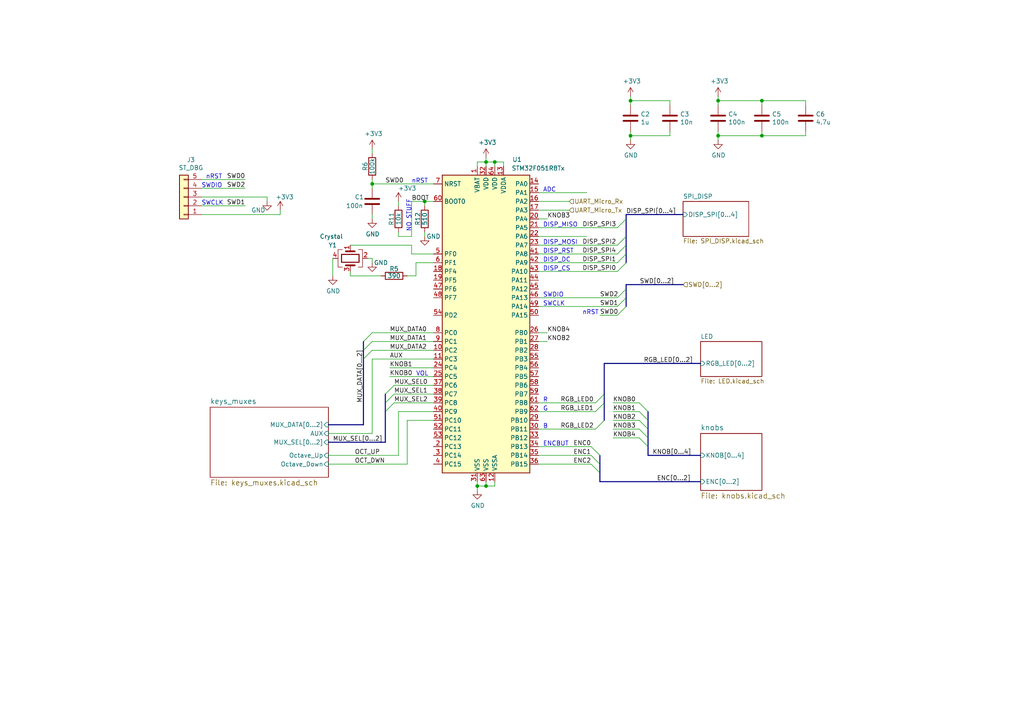
<source format=kicad_sch>
(kicad_sch (version 20211123) (generator eeschema)
  (paper "A4")
  (lib_symbols
    (symbol "Connector_Generic:Conn_01x05" (pin_names (offset 1.016) hide)
      (property "Reference" "J" (at 0 7.62 0))
      (property "Value" "Conn_01x05" (at 0 -7.62 0))
      (symbol "Conn_01x05_1_1"
        (rectangle (start -1.27 -4.953) (end 0 -5.207) (stroke (width 0.1524)))
        (rectangle (start -1.27 -2.413) (end 0 -2.667) (stroke (width 0.1524)))
        (rectangle (start -1.27 0.127) (end 0 -0.127) (stroke (width 0.1524)))
        (rectangle (start -1.27 2.667) (end 0 2.413) (stroke (width 0.1524)))
        (rectangle (start -1.27 5.207) (end 0 4.953) (stroke (width 0.1524)))
        (rectangle (start -1.27 6.35) (end 1.27 -6.35) (stroke (width 0.254)) (fill (type background)))
        (pin passive line (at -5.08 5.08 0) (length 3.81) (name "Pin_1") (number "1"))
        (pin passive line (at -5.08 2.54 0) (length 3.81) (name "Pin_2") (number "2"))
        (pin passive line (at -5.08 0 0) (length 3.81) (name "Pin_3") (number "3"))
        (pin passive line (at -5.08 -2.54 0) (length 3.81) (name "Pin_4") (number "4"))
        (pin passive line (at -5.08 -5.08 0) (length 3.81) (name "Pin_5") (number "5"))
      )
    )
    (symbol "Device:C" (pin_numbers hide) (pin_names (offset 0.254))
      (property "Reference" "C" (at 0.635 2.54 0))
      (property "Value" "C" (at 0.635 -2.54 0))
      (symbol "C_0_1"
        (polyline (pts (xy -2.032 -0.762) (xy 2.032 -0.762)) (stroke (width 0.508)))
        (polyline (pts (xy -2.032 0.762) (xy 2.032 0.762)) (stroke (width 0.508)))
      )
      (symbol "C_1_1"
        (pin passive line (at 0 3.81 270) (length 2.794) (name "~") (number "1"))
        (pin passive line (at 0 -3.81 90) (length 2.794) (name "~") (number "2"))
      )
    )
    (symbol "Device:Crystal_GND24" (pin_names (offset 1.016) hide)
      (property "Reference" "Y" (at 3.175 5.08 0))
      (property "Value" "Crystal_GND24" (at 3.175 3.175 0))
      (symbol "Crystal_GND24_0_1"
        (rectangle (start -1.143 2.54) (end 1.143 -2.54) (stroke (width 0.3048)))
        (polyline (pts (xy -2.54 0) (xy -2.032 0)))
        (polyline (pts (xy -2.032 -1.27) (xy -2.032 1.27)) (stroke (width 0.508)))
        (polyline (pts (xy 0 -3.81) (xy 0 -3.556)))
        (polyline (pts (xy 0 3.556) (xy 0 3.81)))
        (polyline (pts (xy 2.032 -1.27) (xy 2.032 1.27)) (stroke (width 0.508)))
        (polyline (pts (xy 2.032 0) (xy 2.54 0)))
        (polyline (pts (xy -2.54 -2.286) (xy -2.54 -3.556) (xy 2.54 -3.556) (xy 2.54 -2.286)))
        (polyline (pts (xy -2.54 2.286) (xy -2.54 3.556) (xy 2.54 3.556) (xy 2.54 2.286)))
      )
      (symbol "Crystal_GND24_1_1"
        (pin passive line (at -3.81 0 0) (length 1.27) (name "1") (number "1"))
        (pin passive line (at 0 5.08 270) (length 1.27) (name "2") (number "2"))
        (pin passive line (at 3.81 0 180) (length 1.27) (name "3") (number "3"))
        (pin passive line (at 0 -5.08 90) (length 1.27) (name "4") (number "4"))
      )
    )
    (symbol "Device:R" (pin_numbers hide) (pin_names (offset 0))
      (property "Reference" "R" (at 2.032 0 90))
      (property "Value" "R" (at 0 0 90))
      (symbol "R_0_1"
        (rectangle (start -1.016 -2.54) (end 1.016 2.54) (stroke (width 0.254)))
      )
      (symbol "R_1_1"
        (pin passive line (at 0 3.81 270) (length 1.27) (name "~") (number "1"))
        (pin passive line (at 0 -3.81 90) (length 1.27) (name "~") (number "2"))
      )
    )
    (symbol "MCU_ST_STM32F0:STM32F051R8Tx"
      (property "Reference" "U" (at -12.7 44.45 0))
      (property "Value" "STM32F051R8Tx" (at 7.62 44.45 0))
      (symbol "STM32F051R8Tx_0_1"
        (rectangle (start -12.7 -43.18) (end 12.7 43.18) (stroke (width 0.254)) (fill (type background)))
      )
      (symbol "STM32F051R8Tx_1_1"
        (pin power_in line (at -2.54 45.72 270) (length 2.54) (name "VBAT") (number "1"))
        (pin bidirectional line (at -15.24 -7.62 0) (length 2.54) (name "PC2") (number "10"))
        (pin bidirectional line (at -15.24 -10.16 0) (length 2.54) (name "PC3") (number "11"))
        (pin power_in line (at 2.54 -45.72 90) (length 2.54) (name "VSSA") (number "12"))
        (pin power_in line (at 5.08 45.72 270) (length 2.54) (name "VDDA") (number "13"))
        (pin bidirectional line (at 15.24 40.64 180) (length 2.54) (name "PA0") (number "14"))
        (pin bidirectional line (at 15.24 38.1 180) (length 2.54) (name "PA1") (number "15"))
        (pin bidirectional line (at 15.24 35.56 180) (length 2.54) (name "PA2") (number "16"))
        (pin bidirectional line (at 15.24 33.02 180) (length 2.54) (name "PA3") (number "17"))
        (pin bidirectional line (at -15.24 15.24 0) (length 2.54) (name "PF4") (number "18"))
        (pin bidirectional line (at -15.24 12.7 0) (length 2.54) (name "PF5") (number "19"))
        (pin bidirectional line (at -15.24 -35.56 0) (length 2.54) (name "PC13") (number "2"))
        (pin bidirectional line (at 15.24 30.48 180) (length 2.54) (name "PA4") (number "20"))
        (pin bidirectional line (at 15.24 27.94 180) (length 2.54) (name "PA5") (number "21"))
        (pin bidirectional line (at 15.24 25.4 180) (length 2.54) (name "PA6") (number "22"))
        (pin bidirectional line (at 15.24 22.86 180) (length 2.54) (name "PA7") (number "23"))
        (pin bidirectional line (at -15.24 -12.7 0) (length 2.54) (name "PC4") (number "24"))
        (pin bidirectional line (at -15.24 -15.24 0) (length 2.54) (name "PC5") (number "25"))
        (pin bidirectional line (at 15.24 -2.54 180) (length 2.54) (name "PB0") (number "26"))
        (pin bidirectional line (at 15.24 -5.08 180) (length 2.54) (name "PB1") (number "27"))
        (pin bidirectional line (at 15.24 -7.62 180) (length 2.54) (name "PB2") (number "28"))
        (pin bidirectional line (at 15.24 -27.94 180) (length 2.54) (name "PB10") (number "29"))
        (pin bidirectional line (at -15.24 -38.1 0) (length 2.54) (name "PC14") (number "3"))
        (pin bidirectional line (at 15.24 -30.48 180) (length 2.54) (name "PB11") (number "30"))
        (pin power_in line (at -2.54 -45.72 90) (length 2.54) (name "VSS") (number "31"))
        (pin power_in line (at 0 45.72 270) (length 2.54) (name "VDD") (number "32"))
        (pin bidirectional line (at 15.24 -33.02 180) (length 2.54) (name "PB12") (number "33"))
        (pin bidirectional line (at 15.24 -35.56 180) (length 2.54) (name "PB13") (number "34"))
        (pin bidirectional line (at 15.24 -38.1 180) (length 2.54) (name "PB14") (number "35"))
        (pin bidirectional line (at 15.24 -40.64 180) (length 2.54) (name "PB15") (number "36"))
        (pin bidirectional line (at -15.24 -17.78 0) (length 2.54) (name "PC6") (number "37"))
        (pin bidirectional line (at -15.24 -20.32 0) (length 2.54) (name "PC7") (number "38"))
        (pin bidirectional line (at -15.24 -22.86 0) (length 2.54) (name "PC8") (number "39"))
        (pin bidirectional line (at -15.24 -40.64 0) (length 2.54) (name "PC15") (number "4"))
        (pin bidirectional line (at -15.24 -25.4 0) (length 2.54) (name "PC9") (number "40"))
        (pin bidirectional line (at 15.24 20.32 180) (length 2.54) (name "PA8") (number "41"))
        (pin bidirectional line (at 15.24 17.78 180) (length 2.54) (name "PA9") (number "42"))
        (pin bidirectional line (at 15.24 15.24 180) (length 2.54) (name "PA10") (number "43"))
        (pin bidirectional line (at 15.24 12.7 180) (length 2.54) (name "PA11") (number "44"))
        (pin bidirectional line (at 15.24 10.16 180) (length 2.54) (name "PA12") (number "45"))
        (pin bidirectional line (at 15.24 7.62 180) (length 2.54) (name "PA13") (number "46"))
        (pin bidirectional line (at -15.24 10.16 0) (length 2.54) (name "PF6") (number "47"))
        (pin bidirectional line (at -15.24 7.62 0) (length 2.54) (name "PF7") (number "48"))
        (pin bidirectional line (at 15.24 5.08 180) (length 2.54) (name "PA14") (number "49"))
        (pin input line (at -15.24 20.32 0) (length 2.54) (name "PF0") (number "5"))
        (pin bidirectional line (at 15.24 2.54 180) (length 2.54) (name "PA15") (number "50"))
        (pin bidirectional line (at -15.24 -27.94 0) (length 2.54) (name "PC10") (number "51"))
        (pin bidirectional line (at -15.24 -30.48 0) (length 2.54) (name "PC11") (number "52"))
        (pin bidirectional line (at -15.24 -33.02 0) (length 2.54) (name "PC12") (number "53"))
        (pin bidirectional line (at -15.24 2.54 0) (length 2.54) (name "PD2") (number "54"))
        (pin bidirectional line (at 15.24 -10.16 180) (length 2.54) (name "PB3") (number "55"))
        (pin bidirectional line (at 15.24 -12.7 180) (length 2.54) (name "PB4") (number "56"))
        (pin bidirectional line (at 15.24 -15.24 180) (length 2.54) (name "PB5") (number "57"))
        (pin bidirectional line (at 15.24 -17.78 180) (length 2.54) (name "PB6") (number "58"))
        (pin bidirectional line (at 15.24 -20.32 180) (length 2.54) (name "PB7") (number "59"))
        (pin input line (at -15.24 17.78 0) (length 2.54) (name "PF1") (number "6"))
        (pin input line (at -15.24 35.56 0) (length 2.54) (name "BOOT0") (number "60"))
        (pin bidirectional line (at 15.24 -22.86 180) (length 2.54) (name "PB8") (number "61"))
        (pin bidirectional line (at 15.24 -25.4 180) (length 2.54) (name "PB9") (number "62"))
        (pin power_in line (at 0 -45.72 90) (length 2.54) (name "VSS") (number "63"))
        (pin power_in line (at 2.54 45.72 270) (length 2.54) (name "VDD") (number "64"))
        (pin input line (at -15.24 40.64 0) (length 2.54) (name "NRST") (number "7"))
        (pin bidirectional line (at -15.24 -2.54 0) (length 2.54) (name "PC0") (number "8"))
        (pin bidirectional line (at -15.24 -5.08 0) (length 2.54) (name "PC1") (number "9"))
      )
    )
    (symbol "power:+3.3V" (power) (pin_names (offset 0))
      (property "Value" "+3.3V" (at 0 3.556 0))
      (symbol "+3.3V_0_1"
        (polyline (pts (xy -0.762 1.27) (xy 0 2.54)))
        (polyline (pts (xy 0 0) (xy 0 2.54)))
        (polyline (pts (xy 0 2.54) (xy 0.762 1.27)))
      )
      (symbol "+3.3V_1_1"
        (pin power_in line (at 0 0 90) (length 0) hide (name "+3V3") (number "1"))
      )
    )
    (symbol "power:GND" (power) (pin_names (offset 0))
      (property "Value" "GND" (at 0 -3.81 0))
      (symbol "GND_0_1"
        (polyline (pts (xy 0 0) (xy 0 -1.27) (xy 1.27 -1.27) (xy 0 -2.54) (xy -1.27 -1.27) (xy 0 -1.27)))
      )
      (symbol "GND_1_1"
        (pin power_in line (at 0 0 270) (length 0) hide (name "GND") (number "1"))
      )
    )
  )
  (junction (at 182.88 39.37))
  (junction (at 143.51 46.99))
  (junction (at 107.95 53.34))
  (junction (at 208.28 39.37))
  (junction (at 138.43 140.97))
  (junction (at 208.28 29.21))
  (junction (at 140.97 46.99))
  (junction (at 182.88 29.21))
  (junction (at 220.98 39.37))
  (junction (at 123.19 58.42))
  (junction (at 220.98 29.21))
  (junction (at 140.97 140.97))
  (bus_entry (at 105.41 101.6) (size 2.54 -2.54))
  (bus_entry (at 179.07 71.12) (size 2.54 -2.54))
  (bus_entry (at 111.76 116.84) (size 2.54 -2.54))
  (bus_entry (at 171.45 134.62) (size 2.54 2.54))
  (bus_entry (at 172.72 116.84) (size 2.54 -2.54))
  (bus_entry (at 172.72 124.46) (size 2.54 -2.54))
  (bus_entry (at 179.07 76.2) (size 2.54 -2.54))
  (bus_entry (at 185.42 116.84) (size 2.54 2.54))
  (bus_entry (at 105.41 99.06) (size 2.54 -2.54))
  (bus_entry (at 171.45 132.08) (size 2.54 2.54))
  (bus_entry (at 105.41 104.14) (size 2.54 -2.54))
  (bus_entry (at 179.07 91.44) (size 2.54 -2.54))
  (bus_entry (at 185.42 127) (size 2.54 2.54))
  (bus_entry (at 179.07 88.9) (size 2.54 -2.54))
  (bus_entry (at 185.42 124.46) (size 2.54 2.54))
  (bus_entry (at 185.42 121.92) (size 2.54 2.54))
  (bus_entry (at 111.76 119.38) (size 2.54 -2.54))
  (bus_entry (at 179.07 78.74) (size 2.54 -2.54))
  (bus_entry (at 179.07 73.66) (size 2.54 -2.54))
  (bus_entry (at 185.42 119.38) (size 2.54 2.54))
  (bus_entry (at 179.07 86.36) (size 2.54 -2.54))
  (bus_entry (at 172.72 119.38) (size 2.54 -2.54))
  (bus_entry (at 179.07 66.04) (size 2.54 -2.54))
  (bus_entry (at 171.45 129.54) (size 2.54 2.54))
  (bus_entry (at 111.76 114.3) (size 2.54 -2.54))
  (wire (pts (xy 107.95 104.14) (xy 125.73 104.14)))
  (wire (pts (xy 146.05 48.26) (xy 146.05 46.99)))
  (wire (pts (xy 107.95 125.73) (xy 95.25 125.73)))
  (bus (pts (xy 175.26 105.41) (xy 203.2 105.41)))
  (wire (pts (xy 125.73 73.66) (xy 119.38 73.66)))
  (wire (pts (xy 220.98 29.21) (xy 233.68 29.21)))
  (bus (pts (xy 181.61 63.5) (xy 181.61 68.58)))
  (wire (pts (xy 107.95 99.06) (xy 125.73 99.06)))
  (wire (pts (xy 182.88 39.37) (xy 194.31 39.37)))
  (wire (pts (xy 107.95 74.93) (xy 107.95 76.2)))
  (bus (pts (xy 181.61 86.36) (xy 181.61 88.9)))
  (wire (pts (xy 58.42 54.61) (xy 71.12 54.61)))
  (wire (pts (xy 81.28 62.23) (xy 81.28 60.96)))
  (wire (pts (xy 177.8 121.92) (xy 185.42 121.92)))
  (bus (pts (xy 105.41 99.06) (xy 105.41 101.6)))
  (wire (pts (xy 58.42 52.07) (xy 71.12 52.07)))
  (bus (pts (xy 187.96 119.38) (xy 187.96 121.92)))
  (wire (pts (xy 143.51 139.7) (xy 143.51 140.97)))
  (wire (pts (xy 118.11 134.62) (xy 118.11 121.92)))
  (wire (pts (xy 220.98 30.48) (xy 220.98 29.21)))
  (wire (pts (xy 182.88 38.1) (xy 182.88 39.37)))
  (wire (pts (xy 171.45 129.54) (xy 156.21 129.54)))
  (wire (pts (xy 138.43 140.97) (xy 138.43 142.24)))
  (wire (pts (xy 107.95 43.18) (xy 107.95 44.45)))
  (wire (pts (xy 118.11 134.62) (xy 95.25 134.62)))
  (bus (pts (xy 181.61 68.58) (xy 181.61 71.12)))
  (wire (pts (xy 220.98 38.1) (xy 220.98 39.37)))
  (wire (pts (xy 182.88 27.94) (xy 182.88 29.21)))
  (wire (pts (xy 125.73 76.2) (xy 120.65 76.2)))
  (bus (pts (xy 173.99 139.7) (xy 203.2 139.7)))
  (wire (pts (xy 58.42 57.15) (xy 77.47 57.15)))
  (bus (pts (xy 187.96 132.08) (xy 203.2 132.08)))
  (bus (pts (xy 175.26 116.84) (xy 175.26 121.92)))
  (wire (pts (xy 123.19 67.31) (xy 123.19 68.58)))
  (wire (pts (xy 96.52 74.93) (xy 96.52 80.01)))
  (wire (pts (xy 143.51 140.97) (xy 140.97 140.97)))
  (wire (pts (xy 156.21 86.36) (xy 179.07 86.36)))
  (bus (pts (xy 181.61 62.23) (xy 181.61 63.5)))
  (wire (pts (xy 77.47 57.15) (xy 77.47 58.42)))
  (wire (pts (xy 107.95 96.52) (xy 125.73 96.52)))
  (wire (pts (xy 177.8 119.38) (xy 185.42 119.38)))
  (wire (pts (xy 233.68 39.37) (xy 233.68 38.1)))
  (bus (pts (xy 111.76 119.38) (xy 111.76 128.27)))
  (wire (pts (xy 156.21 60.96) (xy 165.1 60.96)))
  (bus (pts (xy 173.99 134.62) (xy 173.99 137.16)))
  (wire (pts (xy 208.28 40.64) (xy 208.28 39.37)))
  (wire (pts (xy 114.3 116.84) (xy 125.73 116.84)))
  (wire (pts (xy 115.57 119.38) (xy 125.73 119.38)))
  (wire (pts (xy 208.28 29.21) (xy 220.98 29.21)))
  (wire (pts (xy 173.99 91.44) (xy 179.07 91.44)))
  (wire (pts (xy 115.57 67.31) (xy 115.57 68.58)))
  (wire (pts (xy 114.3 114.3) (xy 125.73 114.3)))
  (bus (pts (xy 181.61 82.55) (xy 181.61 83.82)))
  (wire (pts (xy 119.38 58.42) (xy 123.19 58.42)))
  (wire (pts (xy 140.97 46.99) (xy 140.97 48.26)))
  (wire (pts (xy 120.65 80.01) (xy 118.11 80.01)))
  (wire (pts (xy 156.21 134.62) (xy 171.45 134.62)))
  (wire (pts (xy 146.05 46.99) (xy 143.51 46.99)))
  (wire (pts (xy 140.97 45.72) (xy 140.97 46.99)))
  (bus (pts (xy 181.61 71.12) (xy 181.61 73.66)))
  (bus (pts (xy 173.99 132.08) (xy 173.99 134.62)))
  (bus (pts (xy 181.61 83.82) (xy 181.61 86.36)))
  (wire (pts (xy 107.95 52.07) (xy 107.95 53.34)))
  (wire (pts (xy 140.97 46.99) (xy 138.43 46.99)))
  (wire (pts (xy 156.21 124.46) (xy 172.72 124.46)))
  (wire (pts (xy 208.28 30.48) (xy 208.28 29.21)))
  (bus (pts (xy 173.99 137.16) (xy 173.99 139.7)))
  (wire (pts (xy 156.21 116.84) (xy 172.72 116.84)))
  (wire (pts (xy 182.88 30.48) (xy 182.88 29.21)))
  (bus (pts (xy 187.96 121.92) (xy 187.96 124.46)))
  (wire (pts (xy 125.73 106.68) (xy 113.03 106.68)))
  (wire (pts (xy 115.57 132.08) (xy 115.57 119.38)))
  (wire (pts (xy 140.97 140.97) (xy 138.43 140.97)))
  (bus (pts (xy 95.25 123.19) (xy 105.41 123.19)))
  (wire (pts (xy 156.21 76.2) (xy 179.07 76.2)))
  (bus (pts (xy 187.96 129.54) (xy 187.96 132.08)))
  (wire (pts (xy 208.28 39.37) (xy 220.98 39.37)))
  (wire (pts (xy 140.97 139.7) (xy 140.97 140.97)))
  (wire (pts (xy 156.21 78.74) (xy 179.07 78.74)))
  (bus (pts (xy 181.61 62.23) (xy 198.12 62.23)))
  (wire (pts (xy 107.95 53.34) (xy 125.73 53.34)))
  (wire (pts (xy 143.51 48.26) (xy 143.51 46.99)))
  (wire (pts (xy 156.21 88.9) (xy 179.07 88.9)))
  (wire (pts (xy 194.31 29.21) (xy 194.31 30.48)))
  (wire (pts (xy 156.21 66.04) (xy 179.07 66.04)))
  (wire (pts (xy 118.11 121.92) (xy 125.73 121.92)))
  (wire (pts (xy 194.31 39.37) (xy 194.31 38.1)))
  (wire (pts (xy 58.42 59.69) (xy 71.12 59.69)))
  (bus (pts (xy 111.76 128.27) (xy 95.25 128.27)))
  (wire (pts (xy 119.38 71.12) (xy 101.6 71.12)))
  (wire (pts (xy 138.43 46.99) (xy 138.43 48.26)))
  (wire (pts (xy 156.21 68.58) (xy 170.18 68.58)))
  (wire (pts (xy 156.21 58.42) (xy 165.1 58.42)))
  (wire (pts (xy 177.8 116.84) (xy 185.42 116.84)))
  (wire (pts (xy 208.28 38.1) (xy 208.28 39.37)))
  (wire (pts (xy 95.25 132.08) (xy 115.57 132.08)))
  (wire (pts (xy 107.95 104.14) (xy 107.95 125.73)))
  (bus (pts (xy 111.76 114.3) (xy 111.76 116.84)))
  (wire (pts (xy 208.28 27.94) (xy 208.28 29.21)))
  (wire (pts (xy 182.88 40.64) (xy 182.88 39.37)))
  (wire (pts (xy 107.95 62.23) (xy 107.95 63.5)))
  (wire (pts (xy 156.21 55.88) (xy 170.18 55.88)))
  (wire (pts (xy 110.49 80.01) (xy 101.6 80.01)))
  (wire (pts (xy 156.21 132.08) (xy 171.45 132.08)))
  (wire (pts (xy 101.6 80.01) (xy 101.6 78.74)))
  (wire (pts (xy 119.38 58.42) (xy 119.38 68.58)))
  (wire (pts (xy 107.95 101.6) (xy 125.73 101.6)))
  (wire (pts (xy 156.21 99.06) (xy 158.75 99.06)))
  (bus (pts (xy 187.96 127) (xy 187.96 129.54)))
  (bus (pts (xy 105.41 101.6) (xy 105.41 104.14)))
  (wire (pts (xy 177.8 127) (xy 185.42 127)))
  (wire (pts (xy 156.21 63.5) (xy 158.75 63.5)))
  (wire (pts (xy 220.98 39.37) (xy 233.68 39.37)))
  (wire (pts (xy 138.43 139.7) (xy 138.43 140.97)))
  (wire (pts (xy 107.95 53.34) (xy 107.95 54.61)))
  (wire (pts (xy 119.38 73.66) (xy 119.38 71.12)))
  (bus (pts (xy 105.41 104.14) (xy 105.41 123.19)))
  (bus (pts (xy 181.61 82.55) (xy 198.12 82.55)))
  (wire (pts (xy 115.57 68.58) (xy 119.38 68.58)))
  (bus (pts (xy 111.76 116.84) (xy 111.76 119.38)))
  (wire (pts (xy 233.68 29.21) (xy 233.68 30.48)))
  (bus (pts (xy 181.61 73.66) (xy 181.61 76.2)))
  (bus (pts (xy 175.26 105.41) (xy 175.26 114.3)))
  (wire (pts (xy 114.3 111.76) (xy 125.73 111.76)))
  (bus (pts (xy 187.96 124.46) (xy 187.96 127)))
  (wire (pts (xy 177.8 124.46) (xy 185.42 124.46)))
  (wire (pts (xy 143.51 46.99) (xy 140.97 46.99)))
  (wire (pts (xy 182.88 29.21) (xy 194.31 29.21)))
  (bus (pts (xy 175.26 114.3) (xy 175.26 116.84)))
  (wire (pts (xy 123.19 58.42) (xy 125.73 58.42)))
  (wire (pts (xy 58.42 62.23) (xy 81.28 62.23)))
  (wire (pts (xy 156.21 71.12) (xy 179.07 71.12)))
  (wire (pts (xy 156.21 119.38) (xy 172.72 119.38)))
  (wire (pts (xy 106.68 74.93) (xy 107.95 74.93)))
  (wire (pts (xy 120.65 76.2) (xy 120.65 80.01)))
  (wire (pts (xy 156.21 96.52) (xy 158.75 96.52)))
  (wire (pts (xy 125.73 109.22) (xy 113.03 109.22)))
  (wire (pts (xy 115.57 58.42) (xy 115.57 59.69)))
  (wire (pts (xy 123.19 59.69) (xy 123.19 58.42)))
  (wire (pts (xy 156.21 73.66) (xy 179.07 73.66)))
  (text "DISP_MOSI" (at 157.48 71.12 0) (effects (font (size 1.27 1.27)) (justify left bottom)))
  (text "R" (at 157.48 116.84 0) (effects (font (size 1.27 1.27)) (justify left bottom)))
  (text "B" (at 157.48 124.46 0) (effects (font (size 1.27 1.27)) (justify left bottom)))
  (text "SWDIO" (at 157.48 86.36 0) (effects (font (size 1.27 1.27)) (justify left bottom)))
  (text "SWCLK" (at 157.48 88.9 0) (effects (font (size 1.27 1.27)) (justify left bottom)))
  (text "nRST" (at 168.91 91.44 0) (effects (font (size 1.27 1.27)) (justify left bottom)))
  (text "SWDIO" (at 58.42 54.61 0) (effects (font (size 1.27 1.27)) (justify left bottom)))
  (text "NO STUFF" (at 119.38 67.31 90) (effects (font (size 1.27 1.27)) (justify left bottom)))
  (text "nRST" (at 59.69 52.07 0) (effects (font (size 1.27 1.27)) (justify left bottom)))
  (text "nRST" (at 119.38 53.34 0) (effects (font (size 1.27 1.27)) (justify left bottom)))
  (text "DISP_CS" (at 157.48 78.74 0) (effects (font (size 1.27 1.27)) (justify left bottom)))
  (text "DISP_RST" (at 157.48 73.66 0) (effects (font (size 1.27 1.27)) (justify left bottom)))
  (text "ADC" (at 157.48 55.88 0) (effects (font (size 1.27 1.27)) (justify left bottom)))
  (text "SWCLK" (at 58.42 59.69 0) (effects (font (size 1.27 1.27)) (justify left bottom)))
  (text "DISP_DC" (at 157.48 76.2 0) (effects (font (size 1.27 1.27)) (justify left bottom)))
  (text "DISP_MISO" (at 157.48 66.04 0) (effects (font (size 1.27 1.27)) (justify left bottom)))
  (text "ENCBUT" (at 157.48 129.54 0) (effects (font (size 1.27 1.27)) (justify left bottom)))
  (text "G" (at 157.48 119.38 0) (effects (font (size 1.27 1.27)) (justify left bottom)))
  (text "VOL" (at 120.65 109.22 0) (effects (font (size 1.27 1.27)) (justify left bottom)))
  (label "MUX_SEL[0...2]" (at 96.52 128.27 0))
  (label "SWD[0...2]" (at 195.58 82.55 180))
  (label "BOOT" (at 119.38 58.42 0))
  (label "OCT_DWN" (at 102.87 134.62 0))
  (label "RGB_LED[0...2]" (at 186.69 105.41 0))
  (label "KNOB3" (at 158.75 63.5 0))
  (label "SWD0" (at 111.76 53.34 0))
  (label "KNOB[0...4]" (at 189.23 132.08 0))
  (label "DISP_SPI3" (at 168.91 66.04 0))
  (label "KNOB4" (at 158.75 96.52 0))
  (label "DISP_SPI1" (at 168.91 76.2 0))
  (label "KNOB2" (at 158.75 99.06 0))
  (label "ENC1" (at 171.45 132.08 180))
  (label "MUX_DATA2" (at 113.03 101.6 0))
  (label "SWD1" (at 71.12 59.69 180))
  (label "ENC0" (at 171.45 129.54 180))
  (label "RGB_LED2" (at 162.56 124.46 0))
  (label "OCT_UP" (at 102.87 132.08 0))
  (label "RGB_LED0" (at 162.56 116.84 0))
  (label "DISP_SPI[0...4]" (at 181.61 62.23 0))
  (label "DISP_SPI0" (at 168.91 78.74 0))
  (label "KNOB1" (at 113.03 106.68 0))
  (label "SWD0" (at 173.99 91.44 0))
  (label "ENC2" (at 171.45 134.62 180))
  (label "DISP_SPI4" (at 168.91 73.66 0))
  (label "SWD2" (at 173.99 86.36 0))
  (label "KNOB1" (at 177.8 119.38 0))
  (label "MUX_SEL1" (at 114.3 114.3 0))
  (label "MUX_DATA[0...2]" (at 105.41 116.84 90))
  (label "MUX_SEL0" (at 114.3 111.76 0))
  (label "KNOB2" (at 177.8 121.92 0))
  (label "MUX_DATA0" (at 113.03 96.52 0))
  (label "KNOB0" (at 113.03 109.22 0))
  (label "ENC[0...2]" (at 190.5 139.7 0))
  (label "KNOB0" (at 177.8 116.84 0))
  (label "SWD0" (at 71.12 52.07 180))
  (label "SWD2" (at 71.12 54.61 180))
  (label "AUX" (at 113.03 104.14 0))
  (label "MUX_SEL2" (at 114.3 116.84 0))
  (label "KNOB4" (at 177.8 127 0))
  (label "RGB_LED1" (at 162.56 119.38 0))
  (label "KNOB3" (at 177.8 124.46 0))
  (label "SWD1" (at 173.99 88.9 0))
  (label "MUX_DATA1" (at 113.03 99.06 0))
  (label "DISP_SPI2" (at 168.91 71.12 0))
  (hierarchical_label "UART_Micro_Rx" (shape input) (at 165.1 58.42 0))
  (hierarchical_label "UART_Micro_Tx" (shape input) (at 165.1 60.96 0))
  (hierarchical_label "SWD[0...2]" (shape input) (at 198.12 82.55 0))
  (symbol (lib_id "MCU_ST_STM32F0:STM32F051R8Tx") (at 140.97 93.98 0) (unit 1)
    (property "Reference" "U1" (at 148.59 46.99 0) (effects (justify left bottom)))
    (property "Value" "STM32F051R8Tx" (at 163.83 49.53 0) (effects (justify right bottom)))
    (property "Footprint" "LQFP-64_10x10mm_Pitch0.5mm" (effects hide))
    (property "Datasheet" "https://www.st.com/resource/en/datasheet/dm00039193.pdf" (effects hide))
  )
  (symbol (lib_id "Device:Crystal_GND24") (at 101.6 74.93 270) (unit 1)
    (property "Reference" "Y1" (at 95.25 71.12 90) (effects (justify left)))
    (property "Value" "Crystal" (at 92.71 68.58 90) (effects (justify left)))
    (property "Footprint" "Crystals:Crystal_SMD_Abracon_ABM3B-4pin_5.0x3.2mm" (effects hide))
  )
  (symbol (lib_id "Device:R") (at 114.3 80.01 90) (unit 1)
    (property "Reference" "R5" (at 114.3 77.978 90))
    (property "Value" "390" (at 114.3 80.01 90))
    (property "Footprint" "Resistors_SMD:R_0603_HandSoldering" (effects hide))
  )
  (symbol (lib_id "power:GND") (at 96.52 80.01 0) (unit 1)
    (property "Reference" "#PWR04" (effects hide))
    (property "Value" "GND" (at 96.647 84.4042 0))
  )
  (symbol (lib_id "power:GND") (at 107.95 76.2 0) (unit 1)
    (property "Reference" "#PWR0101" (effects hide))
    (property "Value" "GND" (at 110.49 76.2 0))
  )
  (symbol (lib_id "power:+3.3V") (at 140.97 45.72 0) (unit 1)
    (property "Reference" "#PWR0105" (effects hide))
    (property "Value" "+3.3V" (at 141.351 41.3258 0))
  )
  (symbol (lib_id "power:GND") (at 138.43 142.24 0)
    (property "Reference" "#PWR0103" (effects hide))
    (property "Value" "GND" (at 138.557 146.6342 0))
  )
  (symbol (lib_id "Device:C") (at 107.95 58.42 0) (unit 1)
    (property "Reference" "C1" (at 102.87 57.15 0) (effects (justify left)))
    (property "Value" "100n" (at 100.33 59.69 0) (effects (justify left)))
    (property "Footprint" "Capacitors_SMD:C_0603_HandSoldering" (effects hide))
  )
  (symbol (lib_id "power:GND") (at 107.95 63.5 0) (unit 1)
    (property "Reference" "#PWR015" (effects hide))
    (property "Value" "GND" (at 108.077 67.8942 0))
  )
  (symbol (lib_id "Connector_Generic:Conn_01x05") (at 53.34 57.15 180) (unit 1)
    (property "Reference" "J3" (at 55.372 46.355 0))
    (property "Value" "ST_DBG" (at 55.372 48.6664 0))
    (property "Footprint" "Pin_Headers:Pin_Header_Straight_1x05_Pitch2.54mm" (effects hide))
  )
  (symbol (lib_id "power:+3.3V") (at 81.28 60.96 0) (unit 1)
    (property "Reference" "#PWR013" (effects hide))
    (property "Value" "+3.3V" (at 82.55 57.15 0))
  )
  (symbol (lib_id "power:GND") (at 77.47 58.42 0) (unit 1)
    (property "Reference" "#PWR02" (effects hide))
    (property "Value" "GND" (at 74.93 60.96 0))
  )
  (symbol (lib_id "Device:C") (at 208.28 34.29 0) (unit 1)
    (property "Reference" "C4" (at 211.201 33.1216 0) (effects (justify left)))
    (property "Value" "100n" (at 211.201 35.433 0) (effects (justify left)))
    (property "Footprint" "Capacitors_SMD:C_0603_HandSoldering" (effects hide))
  )
  (symbol (lib_id "Device:C") (at 220.98 34.29 0) (unit 1)
    (property "Reference" "C5" (at 223.901 33.1216 0) (effects (justify left)))
    (property "Value" "100n" (at 223.901 35.433 0) (effects (justify left)))
    (property "Footprint" "Capacitors_SMD:C_0603_HandSoldering" (effects hide))
  )
  (symbol (lib_id "Device:C") (at 233.68 34.29 0) (unit 1)
    (property "Reference" "C6" (at 236.601 33.1216 0) (effects (justify left)))
    (property "Value" "4.7u" (at 236.601 35.433 0) (effects (justify left)))
    (property "Footprint" "Capacitors_SMD:C_0603_HandSoldering" (effects hide))
  )
  (symbol (lib_id "Device:C") (at 194.31 34.29 0) (unit 1)
    (property "Reference" "C3" (at 197.231 33.1216 0) (effects (justify left)))
    (property "Value" "10n" (at 197.231 35.433 0) (effects (justify left)))
    (property "Footprint" "Capacitors_SMD:C_0603_HandSoldering" (effects hide))
  )
  (symbol (lib_id "Device:C") (at 182.88 34.29 0) (unit 1)
    (property "Reference" "C2" (at 185.801 33.1216 0) (effects (justify left)))
    (property "Value" "1u" (at 185.801 35.433 0) (effects (justify left)))
    (property "Footprint" "Capacitors_SMD:C_0603_HandSoldering" (effects hide))
  )
  (symbol (lib_id "Device:R") (at 107.95 48.26 180)
    (property "Reference" "R6" (at 105.918 48.26 90))
    (property "Value" "100k" (at 107.95 48.26 90))
    (property "Footprint" "Resistors_SMD:R_0603_HandSoldering" (effects hide))
  )
  (symbol (lib_id "power:+3.3V") (at 107.95 43.18 0) (unit 1)
    (property "Reference" "#PWR0104" (effects hide))
    (property "Value" "+3.3V" (at 108.331 38.7858 0))
  )
  (symbol (lib_id "power:+3.3V") (at 182.88 27.94 0) (unit 1)
    (property "Reference" "#PWR016" (effects hide))
    (property "Value" "+3.3V" (at 183.261 23.5458 0))
  )
  (symbol (lib_id "power:+3.3V") (at 208.28 27.94 0) (unit 1)
    (property "Reference" "#PWR048" (effects hide))
    (property "Value" "+3.3V" (at 208.661 23.5458 0))
  )
  (symbol (lib_id "power:GND") (at 182.88 40.64 0) (unit 1)
    (property "Reference" "#PWR023" (effects hide))
    (property "Value" "GND" (at 183.007 45.0342 0))
  )
  (symbol (lib_id "power:GND") (at 208.28 40.64 0) (unit 1)
    (property "Reference" "#PWR052" (effects hide))
    (property "Value" "GND" (at 208.407 45.0342 0))
  )
  (symbol (lib_id "Device:R") (at 123.19 63.5 180)
    (property "Reference" "R12" (at 121.158 63.5 90))
    (property "Value" "510" (at 123.19 63.5 90))
    (property "Footprint" "Resistors_SMD:R_0603_HandSoldering" (effects hide))
  )
  (symbol (lib_id "power:GND") (at 123.19 68.58 0) (unit 1)
    (property "Reference" "#PWR054" (effects hide))
    (property "Value" "GND" (at 125.73 68.58 0))
  )
  (symbol (lib_id "Device:R") (at 115.57 63.5 180)
    (property "Reference" "R11" (at 113.538 63.5 90))
    (property "Value" "10k" (at 115.57 63.5 90))
    (property "Footprint" "Resistors_SMD:R_0603_HandSoldering" (effects hide))
  )
  (symbol (lib_id "power:+3.3V") (at 115.57 58.42 0) (unit 1)
    (property "Reference" "#PWR053" (effects hide))
    (property "Value" "+3.3V" (at 118.11 54.61 0))
  )
  (sheet (at 60.96 118.11) (size 34.29 20.32)
    (property "Sheet name" "keys_muxes" (at 60.96 117.2714 0) (effects (font (size 1.524 1.524)) (justify left bottom)))
    (property "Sheet file" "keys_muxes.kicad_sch" (at 60.96 139.1162 0) (effects (font (size 1.524 1.524)) (justify left top)))
    (pin "Octave_Down" input (at 95.25 134.62 0))
    (pin "Octave_Up" input (at 95.25 132.08 0))
    (pin "AUX" input (at 95.25 125.73 0))
    (pin "MUX_SEL[0...2]" input (at 95.25 128.27 0))
    (pin "MUX_DATA[0...2]" input (at 95.25 123.19 0))
  )
  (sheet (at 203.2 125.73) (size 17.78 16.51)
    (property "Sheet name" "knobs" (at 203.2 124.8914 0) (effects (font (size 1.524 1.524)) (justify left bottom)))
    (property "Sheet file" "knobs.kicad_sch" (at 203.2 142.9262 0) (effects (font (size 1.524 1.524)) (justify left top)))
    (pin "KNOB[0...4]" input (at 203.2 132.08 180))
    (pin "ENC[0...2]" input (at 203.2 139.7 180))
  )
  (sheet (at 203.2 99.06) (size 17.78 10.16)
    (property "Sheet name" "LED" (at 203.2 98.3484 0) (effects (justify left bottom)))
    (property "Sheet file" "LED.kicad_sch" (at 203.2 109.8046 0) (effects (justify left top)))
    (pin "RGB_LED[0...2]" input (at 203.2 105.41 180))
  )
  (sheet (at 198.12 58.42) (size 19.05 10.16)
    (property "Sheet name" "SPI_DISP" (at 198.12 57.7084 0) (effects (justify left bottom)))
    (property "Sheet file" "SPI_DISP.kicad_sch" (at 198.12 69.1646 0) (effects (justify left top)))
    (pin "DISP_SPI[0...4]" input (at 198.12 62.23 180))
  )
)
</source>
